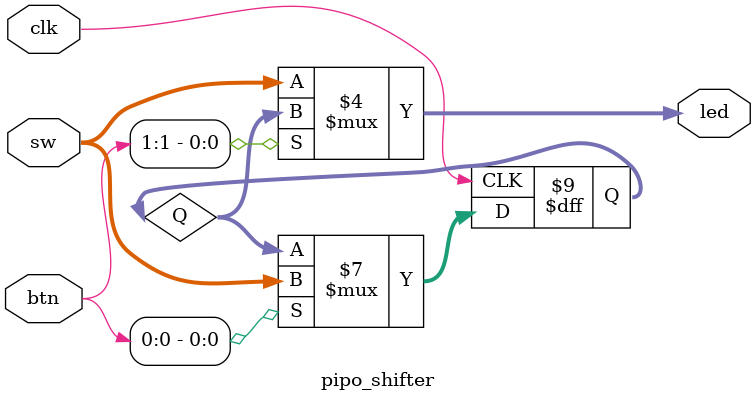
<source format=v>
`timescale 1ns / 1ps

module pipo_shifter(

    input [7:0]sw,
    input [1:0]btn,
    input clk,
    output reg [7:0]led

    );
    
    reg [7:0]Q;
    
    //reg 
    always @(posedge(clk)) begin
        if(btn[0])  Q <= sw;
        else        Q <= Q;
    end
    
    //mux
    always @(btn[1]) begin
        if(btn[1])  led <= Q;
        else        led <= sw;
    end
    
endmodule

</source>
